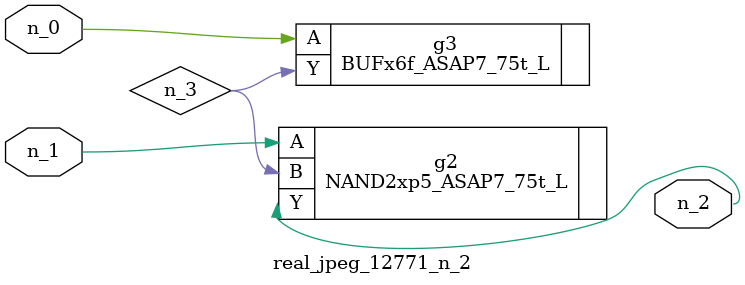
<source format=v>
module real_jpeg_12771_n_2 (n_1, n_0, n_2);

input n_1;
input n_0;

output n_2;

wire n_3;

BUFx6f_ASAP7_75t_L g3 ( 
.A(n_0),
.Y(n_3)
);

NAND2xp5_ASAP7_75t_L g2 ( 
.A(n_1),
.B(n_3),
.Y(n_2)
);


endmodule
</source>
